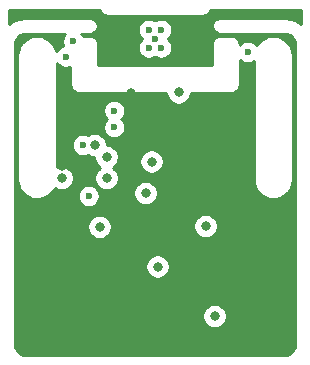
<source format=gbr>
G04 #@! TF.GenerationSoftware,KiCad,Pcbnew,(5.1.2)-1*
G04 #@! TF.CreationDate,2019-06-05T16:17:15+02:00*
G04 #@! TF.ProjectId,BodyTempUnit-e7,426f6479-5465-46d7-9055-6e69742d6537,rev?*
G04 #@! TF.SameCoordinates,Original*
G04 #@! TF.FileFunction,Copper,L3,Inr*
G04 #@! TF.FilePolarity,Positive*
%FSLAX46Y46*%
G04 Gerber Fmt 4.6, Leading zero omitted, Abs format (unit mm)*
G04 Created by KiCad (PCBNEW (5.1.2)-1) date 2019-06-05 16:17:15*
%MOMM*%
%LPD*%
G04 APERTURE LIST*
%ADD10C,0.600000*%
%ADD11C,0.800000*%
%ADD12C,0.254000*%
G04 APERTURE END LIST*
D10*
X77481000Y-107569000D03*
X78028800Y-106807000D03*
X78028800Y-108331000D03*
X76962000Y-106807000D03*
D11*
X76708000Y-120650000D03*
X82169000Y-126492000D03*
X69596000Y-118364000D03*
X70473987Y-120904000D03*
X78486000Y-120650000D03*
X75501500Y-112204500D03*
D10*
X85344000Y-107696000D03*
D11*
X77724000Y-126873000D03*
X77216000Y-117983000D03*
X72390000Y-116586000D03*
X69596000Y-119380000D03*
X72812500Y-123510000D03*
X81788000Y-123444000D03*
X82550000Y-131064000D03*
X79502000Y-112125000D03*
D10*
X76962000Y-108331000D03*
X85344000Y-108712000D03*
X70567843Y-107802857D03*
X69924969Y-109104597D03*
D11*
X73406000Y-117602000D03*
X73406000Y-119380000D03*
D10*
X74041000Y-115083600D03*
X74041000Y-113665000D03*
X71882000Y-120893589D03*
X71374000Y-116586000D03*
D12*
G36*
X70792322Y-105134071D02*
G01*
X70812574Y-105138228D01*
X70848998Y-105149645D01*
X70889794Y-105154079D01*
X70918501Y-105159972D01*
X70945760Y-105160162D01*
X70977054Y-105163564D01*
X70986269Y-105163596D01*
X70989760Y-105163584D01*
X71018459Y-105160670D01*
X71047308Y-105160872D01*
X71056479Y-105159973D01*
X71153527Y-105149773D01*
X71212152Y-105137739D01*
X71268451Y-105127000D01*
X72834061Y-105127000D01*
X72834650Y-105132983D01*
X72872390Y-105257393D01*
X72933675Y-105372050D01*
X73016152Y-105472548D01*
X73116650Y-105555025D01*
X73231307Y-105616310D01*
X73355717Y-105654050D01*
X73452681Y-105663600D01*
X81549519Y-105663600D01*
X81646483Y-105654050D01*
X81770893Y-105616310D01*
X81885550Y-105555025D01*
X81986048Y-105472548D01*
X82068525Y-105372050D01*
X82129810Y-105257393D01*
X82167550Y-105132983D01*
X82168139Y-105127000D01*
X85754649Y-105127000D01*
X85808734Y-105140318D01*
X85817863Y-105141574D01*
X85914626Y-105154198D01*
X86043370Y-105158318D01*
X86170461Y-105137353D01*
X86198053Y-105127000D01*
X89873000Y-105127000D01*
X89873000Y-106341733D01*
X89747227Y-106239155D01*
X89697408Y-106206055D01*
X89648045Y-106172256D01*
X89639939Y-106167873D01*
X89381458Y-106030436D01*
X89326164Y-106007645D01*
X89271171Y-105984075D01*
X89262368Y-105981350D01*
X88982114Y-105896736D01*
X88923429Y-105885116D01*
X88864921Y-105872680D01*
X88855758Y-105871717D01*
X88855756Y-105871717D01*
X88564404Y-105843150D01*
X88564402Y-105843150D01*
X88532419Y-105840000D01*
X82967581Y-105840000D01*
X82870617Y-105849550D01*
X82746207Y-105887290D01*
X82631550Y-105948575D01*
X82531052Y-106031052D01*
X82448575Y-106131550D01*
X82387290Y-106246207D01*
X82349550Y-106370617D01*
X82336807Y-106500000D01*
X82349550Y-106629383D01*
X82387290Y-106753793D01*
X82448575Y-106868450D01*
X82531052Y-106968948D01*
X82631550Y-107051425D01*
X82746207Y-107112710D01*
X82870617Y-107150450D01*
X82967581Y-107160000D01*
X88467723Y-107160000D01*
X88662540Y-107179102D01*
X88818894Y-107226308D01*
X88963096Y-107302982D01*
X89089663Y-107406207D01*
X89193769Y-107532051D01*
X89271447Y-107675711D01*
X89319742Y-107831729D01*
X89340001Y-108024487D01*
X89341099Y-133471331D01*
X89321998Y-133666140D01*
X89274792Y-133822495D01*
X89198118Y-133966696D01*
X89094892Y-134093264D01*
X88969051Y-134197368D01*
X88825389Y-134275047D01*
X88669371Y-134323342D01*
X88476627Y-134343600D01*
X66533377Y-134343600D01*
X66338560Y-134324498D01*
X66182205Y-134277292D01*
X66038004Y-134200618D01*
X65911436Y-134097392D01*
X65807332Y-133971551D01*
X65729653Y-133827889D01*
X65681358Y-133671871D01*
X65660001Y-133468668D01*
X65660108Y-130962061D01*
X81515000Y-130962061D01*
X81515000Y-131165939D01*
X81554774Y-131365898D01*
X81632795Y-131554256D01*
X81746063Y-131723774D01*
X81890226Y-131867937D01*
X82059744Y-131981205D01*
X82248102Y-132059226D01*
X82448061Y-132099000D01*
X82651939Y-132099000D01*
X82851898Y-132059226D01*
X83040256Y-131981205D01*
X83209774Y-131867937D01*
X83353937Y-131723774D01*
X83467205Y-131554256D01*
X83545226Y-131365898D01*
X83585000Y-131165939D01*
X83585000Y-130962061D01*
X83545226Y-130762102D01*
X83467205Y-130573744D01*
X83353937Y-130404226D01*
X83209774Y-130260063D01*
X83040256Y-130146795D01*
X82851898Y-130068774D01*
X82651939Y-130029000D01*
X82448061Y-130029000D01*
X82248102Y-130068774D01*
X82059744Y-130146795D01*
X81890226Y-130260063D01*
X81746063Y-130404226D01*
X81632795Y-130573744D01*
X81554774Y-130762102D01*
X81515000Y-130962061D01*
X65660108Y-130962061D01*
X65660289Y-126771061D01*
X76689000Y-126771061D01*
X76689000Y-126974939D01*
X76728774Y-127174898D01*
X76806795Y-127363256D01*
X76920063Y-127532774D01*
X77064226Y-127676937D01*
X77233744Y-127790205D01*
X77422102Y-127868226D01*
X77622061Y-127908000D01*
X77825939Y-127908000D01*
X78025898Y-127868226D01*
X78214256Y-127790205D01*
X78383774Y-127676937D01*
X78527937Y-127532774D01*
X78641205Y-127363256D01*
X78719226Y-127174898D01*
X78759000Y-126974939D01*
X78759000Y-126771061D01*
X78719226Y-126571102D01*
X78641205Y-126382744D01*
X78527937Y-126213226D01*
X78383774Y-126069063D01*
X78214256Y-125955795D01*
X78025898Y-125877774D01*
X77825939Y-125838000D01*
X77622061Y-125838000D01*
X77422102Y-125877774D01*
X77233744Y-125955795D01*
X77064226Y-126069063D01*
X76920063Y-126213226D01*
X76806795Y-126382744D01*
X76728774Y-126571102D01*
X76689000Y-126771061D01*
X65660289Y-126771061D01*
X65660435Y-123408061D01*
X71777500Y-123408061D01*
X71777500Y-123611939D01*
X71817274Y-123811898D01*
X71895295Y-124000256D01*
X72008563Y-124169774D01*
X72152726Y-124313937D01*
X72322244Y-124427205D01*
X72510602Y-124505226D01*
X72710561Y-124545000D01*
X72914439Y-124545000D01*
X73114398Y-124505226D01*
X73302756Y-124427205D01*
X73472274Y-124313937D01*
X73616437Y-124169774D01*
X73729705Y-124000256D01*
X73807726Y-123811898D01*
X73847500Y-123611939D01*
X73847500Y-123408061D01*
X73834372Y-123342061D01*
X80753000Y-123342061D01*
X80753000Y-123545939D01*
X80792774Y-123745898D01*
X80870795Y-123934256D01*
X80984063Y-124103774D01*
X81128226Y-124247937D01*
X81297744Y-124361205D01*
X81486102Y-124439226D01*
X81686061Y-124479000D01*
X81889939Y-124479000D01*
X82089898Y-124439226D01*
X82278256Y-124361205D01*
X82447774Y-124247937D01*
X82591937Y-124103774D01*
X82705205Y-123934256D01*
X82783226Y-123745898D01*
X82823000Y-123545939D01*
X82823000Y-123342061D01*
X82783226Y-123142102D01*
X82705205Y-122953744D01*
X82591937Y-122784226D01*
X82447774Y-122640063D01*
X82278256Y-122526795D01*
X82089898Y-122448774D01*
X81889939Y-122409000D01*
X81686061Y-122409000D01*
X81486102Y-122448774D01*
X81297744Y-122526795D01*
X81128226Y-122640063D01*
X80984063Y-122784226D01*
X80870795Y-122953744D01*
X80792774Y-123142102D01*
X80753000Y-123342061D01*
X73834372Y-123342061D01*
X73807726Y-123208102D01*
X73729705Y-123019744D01*
X73616437Y-122850226D01*
X73472274Y-122706063D01*
X73302756Y-122592795D01*
X73114398Y-122514774D01*
X72914439Y-122475000D01*
X72710561Y-122475000D01*
X72510602Y-122514774D01*
X72322244Y-122592795D01*
X72152726Y-122706063D01*
X72008563Y-122850226D01*
X71895295Y-123019744D01*
X71817274Y-123208102D01*
X71777500Y-123408061D01*
X65660435Y-123408061D01*
X65661099Y-108021072D01*
X65679102Y-107837460D01*
X65726308Y-107681106D01*
X65802982Y-107536904D01*
X65906207Y-107410337D01*
X66032051Y-107306231D01*
X66175711Y-107228553D01*
X66331729Y-107180258D01*
X66524325Y-107160016D01*
X69886187Y-107162223D01*
X69841581Y-107206829D01*
X69739257Y-107359968D01*
X69668775Y-107530128D01*
X69632843Y-107710768D01*
X69632843Y-107894946D01*
X69668775Y-108075586D01*
X69717243Y-108192599D01*
X69652240Y-108205529D01*
X69482080Y-108276011D01*
X69328941Y-108378335D01*
X69198707Y-108508569D01*
X69116093Y-108632209D01*
X69109978Y-108601325D01*
X69107253Y-108592522D01*
X69048240Y-108406491D01*
X69024674Y-108351509D01*
X69001880Y-108296206D01*
X68997497Y-108288100D01*
X68903475Y-108117075D01*
X68869702Y-108067752D01*
X68836577Y-108017894D01*
X68830703Y-108010794D01*
X68705253Y-107861288D01*
X68662523Y-107819443D01*
X68620362Y-107776987D01*
X68613220Y-107771163D01*
X68461120Y-107648872D01*
X68411061Y-107616114D01*
X68361477Y-107582669D01*
X68353340Y-107578343D01*
X68353337Y-107578341D01*
X68353333Y-107578340D01*
X68180384Y-107487923D01*
X68124972Y-107465535D01*
X68069772Y-107442331D01*
X68060950Y-107439668D01*
X67873724Y-107384565D01*
X67814986Y-107373360D01*
X67756372Y-107361328D01*
X67747200Y-107360429D01*
X67552839Y-107342741D01*
X67493057Y-107343158D01*
X67433199Y-107342740D01*
X67424028Y-107343640D01*
X67229931Y-107364041D01*
X67171348Y-107376066D01*
X67112577Y-107387277D01*
X67103755Y-107389941D01*
X66917317Y-107447653D01*
X66862162Y-107470838D01*
X66806709Y-107493242D01*
X66798573Y-107497568D01*
X66626896Y-107590393D01*
X66577278Y-107623861D01*
X66527247Y-107656600D01*
X66520106Y-107662424D01*
X66369728Y-107786828D01*
X66327589Y-107829263D01*
X66284839Y-107871126D01*
X66278966Y-107878227D01*
X66155616Y-108029469D01*
X66122534Y-108079262D01*
X66088716Y-108128651D01*
X66084333Y-108136757D01*
X65992708Y-108309079D01*
X65969909Y-108364394D01*
X65946348Y-108419366D01*
X65943623Y-108428169D01*
X65887214Y-108615005D01*
X65875594Y-108673693D01*
X65863158Y-108732196D01*
X65862195Y-108741361D01*
X65843150Y-108935595D01*
X65843150Y-108935608D01*
X65840001Y-108967581D01*
X65840000Y-119532418D01*
X65843247Y-119565386D01*
X65843247Y-119578367D01*
X65844210Y-119587532D01*
X65865965Y-119781481D01*
X65878397Y-119839966D01*
X65890022Y-119898676D01*
X65892747Y-119907479D01*
X65951760Y-120093509D01*
X65975338Y-120148519D01*
X65998120Y-120203794D01*
X66002503Y-120211900D01*
X66096525Y-120382925D01*
X66130308Y-120432264D01*
X66163423Y-120482106D01*
X66169297Y-120489206D01*
X66294747Y-120638712D01*
X66337477Y-120680557D01*
X66379638Y-120723013D01*
X66386780Y-120728837D01*
X66538879Y-120851128D01*
X66588941Y-120883887D01*
X66638523Y-120917331D01*
X66646660Y-120921657D01*
X66646663Y-120921659D01*
X66646667Y-120921660D01*
X66819615Y-121012077D01*
X66875053Y-121034475D01*
X66930228Y-121057669D01*
X66939050Y-121060332D01*
X67126275Y-121115435D01*
X67184983Y-121126633D01*
X67243628Y-121138672D01*
X67252799Y-121139570D01*
X67447161Y-121157259D01*
X67506943Y-121156842D01*
X67566801Y-121157260D01*
X67575972Y-121156360D01*
X67770069Y-121135959D01*
X67828658Y-121123932D01*
X67887423Y-121112723D01*
X67896245Y-121110059D01*
X68082683Y-121052347D01*
X68137838Y-121029162D01*
X68193291Y-121006758D01*
X68201427Y-121002432D01*
X68373104Y-120909607D01*
X68422699Y-120876154D01*
X68472753Y-120843400D01*
X68479894Y-120837576D01*
X68523502Y-120801500D01*
X70947000Y-120801500D01*
X70947000Y-120985678D01*
X70982932Y-121166318D01*
X71053414Y-121336478D01*
X71155738Y-121489617D01*
X71285972Y-121619851D01*
X71439111Y-121722175D01*
X71609271Y-121792657D01*
X71789911Y-121828589D01*
X71974089Y-121828589D01*
X72154729Y-121792657D01*
X72324889Y-121722175D01*
X72478028Y-121619851D01*
X72608262Y-121489617D01*
X72710586Y-121336478D01*
X72781068Y-121166318D01*
X72817000Y-120985678D01*
X72817000Y-120801500D01*
X72781068Y-120620860D01*
X72750914Y-120548061D01*
X75673000Y-120548061D01*
X75673000Y-120751939D01*
X75712774Y-120951898D01*
X75790795Y-121140256D01*
X75904063Y-121309774D01*
X76048226Y-121453937D01*
X76217744Y-121567205D01*
X76406102Y-121645226D01*
X76606061Y-121685000D01*
X76809939Y-121685000D01*
X77009898Y-121645226D01*
X77198256Y-121567205D01*
X77367774Y-121453937D01*
X77511937Y-121309774D01*
X77625205Y-121140256D01*
X77703226Y-120951898D01*
X77743000Y-120751939D01*
X77743000Y-120548061D01*
X77703226Y-120348102D01*
X77625205Y-120159744D01*
X77511937Y-119990226D01*
X77367774Y-119846063D01*
X77198256Y-119732795D01*
X77009898Y-119654774D01*
X76809939Y-119615000D01*
X76606061Y-119615000D01*
X76406102Y-119654774D01*
X76217744Y-119732795D01*
X76048226Y-119846063D01*
X75904063Y-119990226D01*
X75790795Y-120159744D01*
X75712774Y-120348102D01*
X75673000Y-120548061D01*
X72750914Y-120548061D01*
X72710586Y-120450700D01*
X72608262Y-120297561D01*
X72478028Y-120167327D01*
X72324889Y-120065003D01*
X72154729Y-119994521D01*
X71974089Y-119958589D01*
X71789911Y-119958589D01*
X71609271Y-119994521D01*
X71439111Y-120065003D01*
X71285972Y-120167327D01*
X71155738Y-120297561D01*
X71053414Y-120450700D01*
X70982932Y-120620860D01*
X70947000Y-120801500D01*
X68523502Y-120801500D01*
X68630272Y-120713172D01*
X68672411Y-120670737D01*
X68715161Y-120628874D01*
X68721034Y-120621773D01*
X68844384Y-120470531D01*
X68877477Y-120420723D01*
X68911284Y-120371349D01*
X68915667Y-120363243D01*
X68991402Y-120220804D01*
X69105744Y-120297205D01*
X69294102Y-120375226D01*
X69494061Y-120415000D01*
X69697939Y-120415000D01*
X69897898Y-120375226D01*
X70086256Y-120297205D01*
X70255774Y-120183937D01*
X70399937Y-120039774D01*
X70513205Y-119870256D01*
X70591226Y-119681898D01*
X70631000Y-119481939D01*
X70631000Y-119278061D01*
X70591226Y-119078102D01*
X70513205Y-118889744D01*
X70399937Y-118720226D01*
X70255774Y-118576063D01*
X70086256Y-118462795D01*
X69897898Y-118384774D01*
X69697939Y-118345000D01*
X69494061Y-118345000D01*
X69294102Y-118384774D01*
X69160000Y-118440321D01*
X69160000Y-116493911D01*
X70439000Y-116493911D01*
X70439000Y-116678089D01*
X70474932Y-116858729D01*
X70545414Y-117028889D01*
X70647738Y-117182028D01*
X70777972Y-117312262D01*
X70931111Y-117414586D01*
X71101271Y-117485068D01*
X71281911Y-117521000D01*
X71466089Y-117521000D01*
X71646729Y-117485068D01*
X71786163Y-117427313D01*
X71899744Y-117503205D01*
X72088102Y-117581226D01*
X72288061Y-117621000D01*
X72371000Y-117621000D01*
X72371000Y-117703939D01*
X72410774Y-117903898D01*
X72488795Y-118092256D01*
X72602063Y-118261774D01*
X72746226Y-118405937D01*
X72873532Y-118491000D01*
X72746226Y-118576063D01*
X72602063Y-118720226D01*
X72488795Y-118889744D01*
X72410774Y-119078102D01*
X72371000Y-119278061D01*
X72371000Y-119481939D01*
X72410774Y-119681898D01*
X72488795Y-119870256D01*
X72602063Y-120039774D01*
X72746226Y-120183937D01*
X72915744Y-120297205D01*
X73104102Y-120375226D01*
X73304061Y-120415000D01*
X73507939Y-120415000D01*
X73707898Y-120375226D01*
X73896256Y-120297205D01*
X74065774Y-120183937D01*
X74209937Y-120039774D01*
X74323205Y-119870256D01*
X74401226Y-119681898D01*
X74441000Y-119481939D01*
X74441000Y-119278061D01*
X74401226Y-119078102D01*
X74323205Y-118889744D01*
X74209937Y-118720226D01*
X74065774Y-118576063D01*
X73938468Y-118491000D01*
X74065774Y-118405937D01*
X74209937Y-118261774D01*
X74323205Y-118092256D01*
X74401226Y-117903898D01*
X74405768Y-117881061D01*
X76181000Y-117881061D01*
X76181000Y-118084939D01*
X76220774Y-118284898D01*
X76298795Y-118473256D01*
X76412063Y-118642774D01*
X76556226Y-118786937D01*
X76725744Y-118900205D01*
X76914102Y-118978226D01*
X77114061Y-119018000D01*
X77317939Y-119018000D01*
X77517898Y-118978226D01*
X77706256Y-118900205D01*
X77875774Y-118786937D01*
X78019937Y-118642774D01*
X78133205Y-118473256D01*
X78211226Y-118284898D01*
X78251000Y-118084939D01*
X78251000Y-117881061D01*
X78211226Y-117681102D01*
X78133205Y-117492744D01*
X78019937Y-117323226D01*
X77875774Y-117179063D01*
X77706256Y-117065795D01*
X77517898Y-116987774D01*
X77317939Y-116948000D01*
X77114061Y-116948000D01*
X76914102Y-116987774D01*
X76725744Y-117065795D01*
X76556226Y-117179063D01*
X76412063Y-117323226D01*
X76298795Y-117492744D01*
X76220774Y-117681102D01*
X76181000Y-117881061D01*
X74405768Y-117881061D01*
X74441000Y-117703939D01*
X74441000Y-117500061D01*
X74401226Y-117300102D01*
X74323205Y-117111744D01*
X74209937Y-116942226D01*
X74065774Y-116798063D01*
X73896256Y-116684795D01*
X73707898Y-116606774D01*
X73507939Y-116567000D01*
X73425000Y-116567000D01*
X73425000Y-116484061D01*
X73385226Y-116284102D01*
X73307205Y-116095744D01*
X73193937Y-115926226D01*
X73049774Y-115782063D01*
X72880256Y-115668795D01*
X72691898Y-115590774D01*
X72491939Y-115551000D01*
X72288061Y-115551000D01*
X72088102Y-115590774D01*
X71899744Y-115668795D01*
X71786163Y-115744687D01*
X71646729Y-115686932D01*
X71466089Y-115651000D01*
X71281911Y-115651000D01*
X71101271Y-115686932D01*
X70931111Y-115757414D01*
X70777972Y-115859738D01*
X70647738Y-115989972D01*
X70545414Y-116143111D01*
X70474932Y-116313271D01*
X70439000Y-116493911D01*
X69160000Y-116493911D01*
X69160000Y-113572911D01*
X73106000Y-113572911D01*
X73106000Y-113757089D01*
X73141932Y-113937729D01*
X73212414Y-114107889D01*
X73314738Y-114261028D01*
X73428010Y-114374300D01*
X73314738Y-114487572D01*
X73212414Y-114640711D01*
X73141932Y-114810871D01*
X73106000Y-114991511D01*
X73106000Y-115175689D01*
X73141932Y-115356329D01*
X73212414Y-115526489D01*
X73314738Y-115679628D01*
X73444972Y-115809862D01*
X73598111Y-115912186D01*
X73768271Y-115982668D01*
X73948911Y-116018600D01*
X74133089Y-116018600D01*
X74313729Y-115982668D01*
X74483889Y-115912186D01*
X74637028Y-115809862D01*
X74767262Y-115679628D01*
X74869586Y-115526489D01*
X74940068Y-115356329D01*
X74976000Y-115175689D01*
X74976000Y-114991511D01*
X74940068Y-114810871D01*
X74869586Y-114640711D01*
X74767262Y-114487572D01*
X74653990Y-114374300D01*
X74767262Y-114261028D01*
X74869586Y-114107889D01*
X74940068Y-113937729D01*
X74976000Y-113757089D01*
X74976000Y-113572911D01*
X74940068Y-113392271D01*
X74869586Y-113222111D01*
X74767262Y-113068972D01*
X74637028Y-112938738D01*
X74483889Y-112836414D01*
X74313729Y-112765932D01*
X74133089Y-112730000D01*
X73948911Y-112730000D01*
X73768271Y-112765932D01*
X73598111Y-112836414D01*
X73444972Y-112938738D01*
X73314738Y-113068972D01*
X73212414Y-113222111D01*
X73141932Y-113392271D01*
X73106000Y-113572911D01*
X69160000Y-113572911D01*
X69160000Y-109642696D01*
X69198707Y-109700625D01*
X69328941Y-109830859D01*
X69482080Y-109933183D01*
X69652240Y-110003665D01*
X69832880Y-110039597D01*
X70017058Y-110039597D01*
X70197698Y-110003665D01*
X70340001Y-109944722D01*
X70340001Y-111467571D01*
X70336807Y-111500000D01*
X70349550Y-111629383D01*
X70387290Y-111753793D01*
X70448575Y-111868450D01*
X70531052Y-111968948D01*
X70631550Y-112051425D01*
X70746207Y-112112710D01*
X70870617Y-112150450D01*
X70967581Y-112160000D01*
X71000000Y-112163193D01*
X71032419Y-112160000D01*
X78467000Y-112160000D01*
X78467000Y-112226939D01*
X78506774Y-112426898D01*
X78584795Y-112615256D01*
X78698063Y-112784774D01*
X78842226Y-112928937D01*
X79011744Y-113042205D01*
X79200102Y-113120226D01*
X79400061Y-113160000D01*
X79603939Y-113160000D01*
X79803898Y-113120226D01*
X79992256Y-113042205D01*
X80161774Y-112928937D01*
X80305937Y-112784774D01*
X80419205Y-112615256D01*
X80497226Y-112426898D01*
X80537000Y-112226939D01*
X80537000Y-112160000D01*
X83967581Y-112160000D01*
X84000000Y-112163193D01*
X84032419Y-112160000D01*
X84129383Y-112150450D01*
X84253793Y-112112710D01*
X84368450Y-112051425D01*
X84468948Y-111968948D01*
X84551425Y-111868450D01*
X84612710Y-111753793D01*
X84650450Y-111629383D01*
X84663193Y-111500000D01*
X84660000Y-111467581D01*
X84660000Y-109350290D01*
X84747972Y-109438262D01*
X84901111Y-109540586D01*
X85071271Y-109611068D01*
X85251911Y-109647000D01*
X85436089Y-109647000D01*
X85616729Y-109611068D01*
X85786889Y-109540586D01*
X85840001Y-109505098D01*
X85840000Y-119532418D01*
X85843247Y-119565386D01*
X85843247Y-119578367D01*
X85844210Y-119587532D01*
X85865965Y-119781481D01*
X85878397Y-119839966D01*
X85890022Y-119898676D01*
X85892747Y-119907479D01*
X85951760Y-120093509D01*
X85975338Y-120148519D01*
X85998120Y-120203794D01*
X86002503Y-120211900D01*
X86096525Y-120382925D01*
X86130308Y-120432264D01*
X86163423Y-120482106D01*
X86169297Y-120489206D01*
X86294747Y-120638712D01*
X86337477Y-120680557D01*
X86379638Y-120723013D01*
X86386780Y-120728837D01*
X86538879Y-120851128D01*
X86588941Y-120883887D01*
X86638523Y-120917331D01*
X86646660Y-120921657D01*
X86646663Y-120921659D01*
X86646667Y-120921660D01*
X86819615Y-121012077D01*
X86875053Y-121034475D01*
X86930228Y-121057669D01*
X86939050Y-121060332D01*
X87126275Y-121115435D01*
X87184983Y-121126633D01*
X87243628Y-121138672D01*
X87252799Y-121139570D01*
X87447161Y-121157259D01*
X87506943Y-121156842D01*
X87566801Y-121157260D01*
X87575972Y-121156360D01*
X87770069Y-121135959D01*
X87828658Y-121123932D01*
X87887423Y-121112723D01*
X87896245Y-121110059D01*
X88082683Y-121052347D01*
X88137838Y-121029162D01*
X88193291Y-121006758D01*
X88201427Y-121002432D01*
X88373104Y-120909607D01*
X88422699Y-120876154D01*
X88472753Y-120843400D01*
X88479894Y-120837576D01*
X88630272Y-120713172D01*
X88672411Y-120670737D01*
X88715161Y-120628874D01*
X88721034Y-120621773D01*
X88844384Y-120470531D01*
X88877477Y-120420723D01*
X88911284Y-120371349D01*
X88915667Y-120363243D01*
X89007292Y-120190920D01*
X89030090Y-120135608D01*
X89053652Y-120080634D01*
X89056377Y-120071831D01*
X89112786Y-119884994D01*
X89124405Y-119826314D01*
X89136842Y-119767804D01*
X89137805Y-119758639D01*
X89156850Y-119564406D01*
X89156850Y-119564402D01*
X89160000Y-119532419D01*
X89160000Y-108967581D01*
X89156753Y-108934613D01*
X89156753Y-108921633D01*
X89155790Y-108912468D01*
X89134035Y-108718518D01*
X89121596Y-108660000D01*
X89109978Y-108601325D01*
X89107253Y-108592522D01*
X89048240Y-108406491D01*
X89024674Y-108351509D01*
X89001880Y-108296206D01*
X88997497Y-108288100D01*
X88903475Y-108117075D01*
X88869702Y-108067752D01*
X88836577Y-108017894D01*
X88830703Y-108010794D01*
X88705253Y-107861288D01*
X88662523Y-107819443D01*
X88620362Y-107776987D01*
X88613220Y-107771163D01*
X88461120Y-107648872D01*
X88411061Y-107616114D01*
X88361477Y-107582669D01*
X88353340Y-107578343D01*
X88353337Y-107578341D01*
X88353333Y-107578340D01*
X88180384Y-107487923D01*
X88124972Y-107465535D01*
X88069772Y-107442331D01*
X88060950Y-107439668D01*
X87873724Y-107384565D01*
X87814986Y-107373360D01*
X87756372Y-107361328D01*
X87747200Y-107360429D01*
X87552839Y-107342741D01*
X87493057Y-107343158D01*
X87433199Y-107342740D01*
X87424028Y-107343640D01*
X87229931Y-107364041D01*
X87171348Y-107376066D01*
X87112577Y-107387277D01*
X87103755Y-107389941D01*
X86917317Y-107447653D01*
X86862162Y-107470838D01*
X86806709Y-107493242D01*
X86798573Y-107497568D01*
X86626896Y-107590393D01*
X86577278Y-107623861D01*
X86527247Y-107656600D01*
X86520106Y-107662424D01*
X86369728Y-107786828D01*
X86327589Y-107829263D01*
X86284839Y-107871126D01*
X86278966Y-107878227D01*
X86155616Y-108029469D01*
X86122534Y-108079262D01*
X86088716Y-108128651D01*
X86084333Y-108136757D01*
X86084252Y-108136909D01*
X86070262Y-108115972D01*
X85940028Y-107985738D01*
X85786889Y-107883414D01*
X85616729Y-107812932D01*
X85436089Y-107777000D01*
X85251911Y-107777000D01*
X85071271Y-107812932D01*
X84901111Y-107883414D01*
X84747972Y-107985738D01*
X84660000Y-108073710D01*
X84660000Y-108032419D01*
X84663193Y-108000000D01*
X84650450Y-107870617D01*
X84612710Y-107746207D01*
X84551425Y-107631550D01*
X84468948Y-107531052D01*
X84368450Y-107448575D01*
X84253793Y-107387290D01*
X84129383Y-107349550D01*
X84032419Y-107340000D01*
X84000000Y-107336807D01*
X83967581Y-107340000D01*
X83032419Y-107340000D01*
X83000000Y-107336807D01*
X82874150Y-107349202D01*
X82870617Y-107349550D01*
X82746207Y-107387290D01*
X82631550Y-107448575D01*
X82531052Y-107531052D01*
X82448575Y-107631550D01*
X82387290Y-107746207D01*
X82349550Y-107870617D01*
X82336807Y-108000000D01*
X82340000Y-108032420D01*
X82340001Y-109840217D01*
X72660000Y-109843384D01*
X72660000Y-108032419D01*
X72663193Y-108000000D01*
X72650450Y-107870617D01*
X72612710Y-107746207D01*
X72551425Y-107631550D01*
X72468948Y-107531052D01*
X72368450Y-107448575D01*
X72253793Y-107387290D01*
X72129383Y-107349550D01*
X72125850Y-107349202D01*
X72000000Y-107336807D01*
X71967581Y-107340000D01*
X71383087Y-107340000D01*
X71294105Y-107206829D01*
X71250394Y-107163118D01*
X72015985Y-107163621D01*
X72112955Y-107154134D01*
X72237390Y-107116476D01*
X72352087Y-107055266D01*
X72452639Y-106972855D01*
X72535182Y-106872411D01*
X72596543Y-106757795D01*
X72609582Y-106714911D01*
X76027000Y-106714911D01*
X76027000Y-106899089D01*
X76062932Y-107079729D01*
X76133414Y-107249889D01*
X76235738Y-107403028D01*
X76365972Y-107533262D01*
X76419458Y-107569000D01*
X76365972Y-107604738D01*
X76235738Y-107734972D01*
X76133414Y-107888111D01*
X76062932Y-108058271D01*
X76027000Y-108238911D01*
X76027000Y-108423089D01*
X76062932Y-108603729D01*
X76133414Y-108773889D01*
X76235738Y-108927028D01*
X76365972Y-109057262D01*
X76519111Y-109159586D01*
X76689271Y-109230068D01*
X76869911Y-109266000D01*
X77054089Y-109266000D01*
X77234729Y-109230068D01*
X77404889Y-109159586D01*
X77495400Y-109099109D01*
X77585911Y-109159586D01*
X77756071Y-109230068D01*
X77936711Y-109266000D01*
X78120889Y-109266000D01*
X78301529Y-109230068D01*
X78471689Y-109159586D01*
X78624828Y-109057262D01*
X78755062Y-108927028D01*
X78857386Y-108773889D01*
X78927868Y-108603729D01*
X78963800Y-108423089D01*
X78963800Y-108238911D01*
X78927868Y-108058271D01*
X78857386Y-107888111D01*
X78755062Y-107734972D01*
X78624828Y-107604738D01*
X78571342Y-107569000D01*
X78624828Y-107533262D01*
X78755062Y-107403028D01*
X78857386Y-107249889D01*
X78927868Y-107079729D01*
X78963800Y-106899089D01*
X78963800Y-106714911D01*
X78927868Y-106534271D01*
X78857386Y-106364111D01*
X78755062Y-106210972D01*
X78624828Y-106080738D01*
X78471689Y-105978414D01*
X78301529Y-105907932D01*
X78120889Y-105872000D01*
X77936711Y-105872000D01*
X77756071Y-105907932D01*
X77585911Y-105978414D01*
X77495400Y-106038891D01*
X77404889Y-105978414D01*
X77234729Y-105907932D01*
X77054089Y-105872000D01*
X76869911Y-105872000D01*
X76689271Y-105907932D01*
X76519111Y-105978414D01*
X76365972Y-106080738D01*
X76235738Y-106210972D01*
X76133414Y-106364111D01*
X76062932Y-106534271D01*
X76027000Y-106714911D01*
X72609582Y-106714911D01*
X72634364Y-106633409D01*
X72647192Y-106504035D01*
X72634534Y-106374645D01*
X72596876Y-106250210D01*
X72535666Y-106135513D01*
X72453255Y-106034960D01*
X72352811Y-105952417D01*
X72238194Y-105891057D01*
X72113809Y-105853236D01*
X72016852Y-105843622D01*
X66468015Y-105839979D01*
X66438998Y-105842818D01*
X66429712Y-105842753D01*
X66420541Y-105843652D01*
X66129395Y-105874252D01*
X66070753Y-105886290D01*
X66012037Y-105897490D01*
X66003216Y-105900153D01*
X65723560Y-105986721D01*
X65668422Y-106009899D01*
X65612950Y-106032311D01*
X65604819Y-106036635D01*
X65604815Y-106036637D01*
X65604814Y-106036638D01*
X65347298Y-106175877D01*
X65297749Y-106209299D01*
X65247653Y-106242080D01*
X65240512Y-106247905D01*
X65127000Y-106341810D01*
X65127000Y-105127000D01*
X70775501Y-105127000D01*
X70792322Y-105134071D01*
X70792322Y-105134071D01*
G37*
X70792322Y-105134071D02*
X70812574Y-105138228D01*
X70848998Y-105149645D01*
X70889794Y-105154079D01*
X70918501Y-105159972D01*
X70945760Y-105160162D01*
X70977054Y-105163564D01*
X70986269Y-105163596D01*
X70989760Y-105163584D01*
X71018459Y-105160670D01*
X71047308Y-105160872D01*
X71056479Y-105159973D01*
X71153527Y-105149773D01*
X71212152Y-105137739D01*
X71268451Y-105127000D01*
X72834061Y-105127000D01*
X72834650Y-105132983D01*
X72872390Y-105257393D01*
X72933675Y-105372050D01*
X73016152Y-105472548D01*
X73116650Y-105555025D01*
X73231307Y-105616310D01*
X73355717Y-105654050D01*
X73452681Y-105663600D01*
X81549519Y-105663600D01*
X81646483Y-105654050D01*
X81770893Y-105616310D01*
X81885550Y-105555025D01*
X81986048Y-105472548D01*
X82068525Y-105372050D01*
X82129810Y-105257393D01*
X82167550Y-105132983D01*
X82168139Y-105127000D01*
X85754649Y-105127000D01*
X85808734Y-105140318D01*
X85817863Y-105141574D01*
X85914626Y-105154198D01*
X86043370Y-105158318D01*
X86170461Y-105137353D01*
X86198053Y-105127000D01*
X89873000Y-105127000D01*
X89873000Y-106341733D01*
X89747227Y-106239155D01*
X89697408Y-106206055D01*
X89648045Y-106172256D01*
X89639939Y-106167873D01*
X89381458Y-106030436D01*
X89326164Y-106007645D01*
X89271171Y-105984075D01*
X89262368Y-105981350D01*
X88982114Y-105896736D01*
X88923429Y-105885116D01*
X88864921Y-105872680D01*
X88855758Y-105871717D01*
X88855756Y-105871717D01*
X88564404Y-105843150D01*
X88564402Y-105843150D01*
X88532419Y-105840000D01*
X82967581Y-105840000D01*
X82870617Y-105849550D01*
X82746207Y-105887290D01*
X82631550Y-105948575D01*
X82531052Y-106031052D01*
X82448575Y-106131550D01*
X82387290Y-106246207D01*
X82349550Y-106370617D01*
X82336807Y-106500000D01*
X82349550Y-106629383D01*
X82387290Y-106753793D01*
X82448575Y-106868450D01*
X82531052Y-106968948D01*
X82631550Y-107051425D01*
X82746207Y-107112710D01*
X82870617Y-107150450D01*
X82967581Y-107160000D01*
X88467723Y-107160000D01*
X88662540Y-107179102D01*
X88818894Y-107226308D01*
X88963096Y-107302982D01*
X89089663Y-107406207D01*
X89193769Y-107532051D01*
X89271447Y-107675711D01*
X89319742Y-107831729D01*
X89340001Y-108024487D01*
X89341099Y-133471331D01*
X89321998Y-133666140D01*
X89274792Y-133822495D01*
X89198118Y-133966696D01*
X89094892Y-134093264D01*
X88969051Y-134197368D01*
X88825389Y-134275047D01*
X88669371Y-134323342D01*
X88476627Y-134343600D01*
X66533377Y-134343600D01*
X66338560Y-134324498D01*
X66182205Y-134277292D01*
X66038004Y-134200618D01*
X65911436Y-134097392D01*
X65807332Y-133971551D01*
X65729653Y-133827889D01*
X65681358Y-133671871D01*
X65660001Y-133468668D01*
X65660108Y-130962061D01*
X81515000Y-130962061D01*
X81515000Y-131165939D01*
X81554774Y-131365898D01*
X81632795Y-131554256D01*
X81746063Y-131723774D01*
X81890226Y-131867937D01*
X82059744Y-131981205D01*
X82248102Y-132059226D01*
X82448061Y-132099000D01*
X82651939Y-132099000D01*
X82851898Y-132059226D01*
X83040256Y-131981205D01*
X83209774Y-131867937D01*
X83353937Y-131723774D01*
X83467205Y-131554256D01*
X83545226Y-131365898D01*
X83585000Y-131165939D01*
X83585000Y-130962061D01*
X83545226Y-130762102D01*
X83467205Y-130573744D01*
X83353937Y-130404226D01*
X83209774Y-130260063D01*
X83040256Y-130146795D01*
X82851898Y-130068774D01*
X82651939Y-130029000D01*
X82448061Y-130029000D01*
X82248102Y-130068774D01*
X82059744Y-130146795D01*
X81890226Y-130260063D01*
X81746063Y-130404226D01*
X81632795Y-130573744D01*
X81554774Y-130762102D01*
X81515000Y-130962061D01*
X65660108Y-130962061D01*
X65660289Y-126771061D01*
X76689000Y-126771061D01*
X76689000Y-126974939D01*
X76728774Y-127174898D01*
X76806795Y-127363256D01*
X76920063Y-127532774D01*
X77064226Y-127676937D01*
X77233744Y-127790205D01*
X77422102Y-127868226D01*
X77622061Y-127908000D01*
X77825939Y-127908000D01*
X78025898Y-127868226D01*
X78214256Y-127790205D01*
X78383774Y-127676937D01*
X78527937Y-127532774D01*
X78641205Y-127363256D01*
X78719226Y-127174898D01*
X78759000Y-126974939D01*
X78759000Y-126771061D01*
X78719226Y-126571102D01*
X78641205Y-126382744D01*
X78527937Y-126213226D01*
X78383774Y-126069063D01*
X78214256Y-125955795D01*
X78025898Y-125877774D01*
X77825939Y-125838000D01*
X77622061Y-125838000D01*
X77422102Y-125877774D01*
X77233744Y-125955795D01*
X77064226Y-126069063D01*
X76920063Y-126213226D01*
X76806795Y-126382744D01*
X76728774Y-126571102D01*
X76689000Y-126771061D01*
X65660289Y-126771061D01*
X65660435Y-123408061D01*
X71777500Y-123408061D01*
X71777500Y-123611939D01*
X71817274Y-123811898D01*
X71895295Y-124000256D01*
X72008563Y-124169774D01*
X72152726Y-124313937D01*
X72322244Y-124427205D01*
X72510602Y-124505226D01*
X72710561Y-124545000D01*
X72914439Y-124545000D01*
X73114398Y-124505226D01*
X73302756Y-124427205D01*
X73472274Y-124313937D01*
X73616437Y-124169774D01*
X73729705Y-124000256D01*
X73807726Y-123811898D01*
X73847500Y-123611939D01*
X73847500Y-123408061D01*
X73834372Y-123342061D01*
X80753000Y-123342061D01*
X80753000Y-123545939D01*
X80792774Y-123745898D01*
X80870795Y-123934256D01*
X80984063Y-124103774D01*
X81128226Y-124247937D01*
X81297744Y-124361205D01*
X81486102Y-124439226D01*
X81686061Y-124479000D01*
X81889939Y-124479000D01*
X82089898Y-124439226D01*
X82278256Y-124361205D01*
X82447774Y-124247937D01*
X82591937Y-124103774D01*
X82705205Y-123934256D01*
X82783226Y-123745898D01*
X82823000Y-123545939D01*
X82823000Y-123342061D01*
X82783226Y-123142102D01*
X82705205Y-122953744D01*
X82591937Y-122784226D01*
X82447774Y-122640063D01*
X82278256Y-122526795D01*
X82089898Y-122448774D01*
X81889939Y-122409000D01*
X81686061Y-122409000D01*
X81486102Y-122448774D01*
X81297744Y-122526795D01*
X81128226Y-122640063D01*
X80984063Y-122784226D01*
X80870795Y-122953744D01*
X80792774Y-123142102D01*
X80753000Y-123342061D01*
X73834372Y-123342061D01*
X73807726Y-123208102D01*
X73729705Y-123019744D01*
X73616437Y-122850226D01*
X73472274Y-122706063D01*
X73302756Y-122592795D01*
X73114398Y-122514774D01*
X72914439Y-122475000D01*
X72710561Y-122475000D01*
X72510602Y-122514774D01*
X72322244Y-122592795D01*
X72152726Y-122706063D01*
X72008563Y-122850226D01*
X71895295Y-123019744D01*
X71817274Y-123208102D01*
X71777500Y-123408061D01*
X65660435Y-123408061D01*
X65661099Y-108021072D01*
X65679102Y-107837460D01*
X65726308Y-107681106D01*
X65802982Y-107536904D01*
X65906207Y-107410337D01*
X66032051Y-107306231D01*
X66175711Y-107228553D01*
X66331729Y-107180258D01*
X66524325Y-107160016D01*
X69886187Y-107162223D01*
X69841581Y-107206829D01*
X69739257Y-107359968D01*
X69668775Y-107530128D01*
X69632843Y-107710768D01*
X69632843Y-107894946D01*
X69668775Y-108075586D01*
X69717243Y-108192599D01*
X69652240Y-108205529D01*
X69482080Y-108276011D01*
X69328941Y-108378335D01*
X69198707Y-108508569D01*
X69116093Y-108632209D01*
X69109978Y-108601325D01*
X69107253Y-108592522D01*
X69048240Y-108406491D01*
X69024674Y-108351509D01*
X69001880Y-108296206D01*
X68997497Y-108288100D01*
X68903475Y-108117075D01*
X68869702Y-108067752D01*
X68836577Y-108017894D01*
X68830703Y-108010794D01*
X68705253Y-107861288D01*
X68662523Y-107819443D01*
X68620362Y-107776987D01*
X68613220Y-107771163D01*
X68461120Y-107648872D01*
X68411061Y-107616114D01*
X68361477Y-107582669D01*
X68353340Y-107578343D01*
X68353337Y-107578341D01*
X68353333Y-107578340D01*
X68180384Y-107487923D01*
X68124972Y-107465535D01*
X68069772Y-107442331D01*
X68060950Y-107439668D01*
X67873724Y-107384565D01*
X67814986Y-107373360D01*
X67756372Y-107361328D01*
X67747200Y-107360429D01*
X67552839Y-107342741D01*
X67493057Y-107343158D01*
X67433199Y-107342740D01*
X67424028Y-107343640D01*
X67229931Y-107364041D01*
X67171348Y-107376066D01*
X67112577Y-107387277D01*
X67103755Y-107389941D01*
X66917317Y-107447653D01*
X66862162Y-107470838D01*
X66806709Y-107493242D01*
X66798573Y-107497568D01*
X66626896Y-107590393D01*
X66577278Y-107623861D01*
X66527247Y-107656600D01*
X66520106Y-107662424D01*
X66369728Y-107786828D01*
X66327589Y-107829263D01*
X66284839Y-107871126D01*
X66278966Y-107878227D01*
X66155616Y-108029469D01*
X66122534Y-108079262D01*
X66088716Y-108128651D01*
X66084333Y-108136757D01*
X65992708Y-108309079D01*
X65969909Y-108364394D01*
X65946348Y-108419366D01*
X65943623Y-108428169D01*
X65887214Y-108615005D01*
X65875594Y-108673693D01*
X65863158Y-108732196D01*
X65862195Y-108741361D01*
X65843150Y-108935595D01*
X65843150Y-108935608D01*
X65840001Y-108967581D01*
X65840000Y-119532418D01*
X65843247Y-119565386D01*
X65843247Y-119578367D01*
X65844210Y-119587532D01*
X65865965Y-119781481D01*
X65878397Y-119839966D01*
X65890022Y-119898676D01*
X65892747Y-119907479D01*
X65951760Y-120093509D01*
X65975338Y-120148519D01*
X65998120Y-120203794D01*
X66002503Y-120211900D01*
X66096525Y-120382925D01*
X66130308Y-120432264D01*
X66163423Y-120482106D01*
X66169297Y-120489206D01*
X66294747Y-120638712D01*
X66337477Y-120680557D01*
X66379638Y-120723013D01*
X66386780Y-120728837D01*
X66538879Y-120851128D01*
X66588941Y-120883887D01*
X66638523Y-120917331D01*
X66646660Y-120921657D01*
X66646663Y-120921659D01*
X66646667Y-120921660D01*
X66819615Y-121012077D01*
X66875053Y-121034475D01*
X66930228Y-121057669D01*
X66939050Y-121060332D01*
X67126275Y-121115435D01*
X67184983Y-121126633D01*
X67243628Y-121138672D01*
X67252799Y-121139570D01*
X67447161Y-121157259D01*
X67506943Y-121156842D01*
X67566801Y-121157260D01*
X67575972Y-121156360D01*
X67770069Y-121135959D01*
X67828658Y-121123932D01*
X67887423Y-121112723D01*
X67896245Y-121110059D01*
X68082683Y-121052347D01*
X68137838Y-121029162D01*
X68193291Y-121006758D01*
X68201427Y-121002432D01*
X68373104Y-120909607D01*
X68422699Y-120876154D01*
X68472753Y-120843400D01*
X68479894Y-120837576D01*
X68523502Y-120801500D01*
X70947000Y-120801500D01*
X70947000Y-120985678D01*
X70982932Y-121166318D01*
X71053414Y-121336478D01*
X71155738Y-121489617D01*
X71285972Y-121619851D01*
X71439111Y-121722175D01*
X71609271Y-121792657D01*
X71789911Y-121828589D01*
X71974089Y-121828589D01*
X72154729Y-121792657D01*
X72324889Y-121722175D01*
X72478028Y-121619851D01*
X72608262Y-121489617D01*
X72710586Y-121336478D01*
X72781068Y-121166318D01*
X72817000Y-120985678D01*
X72817000Y-120801500D01*
X72781068Y-120620860D01*
X72750914Y-120548061D01*
X75673000Y-120548061D01*
X75673000Y-120751939D01*
X75712774Y-120951898D01*
X75790795Y-121140256D01*
X75904063Y-121309774D01*
X76048226Y-121453937D01*
X76217744Y-121567205D01*
X76406102Y-121645226D01*
X76606061Y-121685000D01*
X76809939Y-121685000D01*
X77009898Y-121645226D01*
X77198256Y-121567205D01*
X77367774Y-121453937D01*
X77511937Y-121309774D01*
X77625205Y-121140256D01*
X77703226Y-120951898D01*
X77743000Y-120751939D01*
X77743000Y-120548061D01*
X77703226Y-120348102D01*
X77625205Y-120159744D01*
X77511937Y-119990226D01*
X77367774Y-119846063D01*
X77198256Y-119732795D01*
X77009898Y-119654774D01*
X76809939Y-119615000D01*
X76606061Y-119615000D01*
X76406102Y-119654774D01*
X76217744Y-119732795D01*
X76048226Y-119846063D01*
X75904063Y-119990226D01*
X75790795Y-120159744D01*
X75712774Y-120348102D01*
X75673000Y-120548061D01*
X72750914Y-120548061D01*
X72710586Y-120450700D01*
X72608262Y-120297561D01*
X72478028Y-120167327D01*
X72324889Y-120065003D01*
X72154729Y-119994521D01*
X71974089Y-119958589D01*
X71789911Y-119958589D01*
X71609271Y-119994521D01*
X71439111Y-120065003D01*
X71285972Y-120167327D01*
X71155738Y-120297561D01*
X71053414Y-120450700D01*
X70982932Y-120620860D01*
X70947000Y-120801500D01*
X68523502Y-120801500D01*
X68630272Y-120713172D01*
X68672411Y-120670737D01*
X68715161Y-120628874D01*
X68721034Y-120621773D01*
X68844384Y-120470531D01*
X68877477Y-120420723D01*
X68911284Y-120371349D01*
X68915667Y-120363243D01*
X68991402Y-120220804D01*
X69105744Y-120297205D01*
X69294102Y-120375226D01*
X69494061Y-120415000D01*
X69697939Y-120415000D01*
X69897898Y-120375226D01*
X70086256Y-120297205D01*
X70255774Y-120183937D01*
X70399937Y-120039774D01*
X70513205Y-119870256D01*
X70591226Y-119681898D01*
X70631000Y-119481939D01*
X70631000Y-119278061D01*
X70591226Y-119078102D01*
X70513205Y-118889744D01*
X70399937Y-118720226D01*
X70255774Y-118576063D01*
X70086256Y-118462795D01*
X69897898Y-118384774D01*
X69697939Y-118345000D01*
X69494061Y-118345000D01*
X69294102Y-118384774D01*
X69160000Y-118440321D01*
X69160000Y-116493911D01*
X70439000Y-116493911D01*
X70439000Y-116678089D01*
X70474932Y-116858729D01*
X70545414Y-117028889D01*
X70647738Y-117182028D01*
X70777972Y-117312262D01*
X70931111Y-117414586D01*
X71101271Y-117485068D01*
X71281911Y-117521000D01*
X71466089Y-117521000D01*
X71646729Y-117485068D01*
X71786163Y-117427313D01*
X71899744Y-117503205D01*
X72088102Y-117581226D01*
X72288061Y-117621000D01*
X72371000Y-117621000D01*
X72371000Y-117703939D01*
X72410774Y-117903898D01*
X72488795Y-118092256D01*
X72602063Y-118261774D01*
X72746226Y-118405937D01*
X72873532Y-118491000D01*
X72746226Y-118576063D01*
X72602063Y-118720226D01*
X72488795Y-118889744D01*
X72410774Y-119078102D01*
X72371000Y-119278061D01*
X72371000Y-119481939D01*
X72410774Y-119681898D01*
X72488795Y-119870256D01*
X72602063Y-120039774D01*
X72746226Y-120183937D01*
X72915744Y-120297205D01*
X73104102Y-120375226D01*
X73304061Y-120415000D01*
X73507939Y-120415000D01*
X73707898Y-120375226D01*
X73896256Y-120297205D01*
X74065774Y-120183937D01*
X74209937Y-120039774D01*
X74323205Y-119870256D01*
X74401226Y-119681898D01*
X74441000Y-119481939D01*
X74441000Y-119278061D01*
X74401226Y-119078102D01*
X74323205Y-118889744D01*
X74209937Y-118720226D01*
X74065774Y-118576063D01*
X73938468Y-118491000D01*
X74065774Y-118405937D01*
X74209937Y-118261774D01*
X74323205Y-118092256D01*
X74401226Y-117903898D01*
X74405768Y-117881061D01*
X76181000Y-117881061D01*
X76181000Y-118084939D01*
X76220774Y-118284898D01*
X76298795Y-118473256D01*
X76412063Y-118642774D01*
X76556226Y-118786937D01*
X76725744Y-118900205D01*
X76914102Y-118978226D01*
X77114061Y-119018000D01*
X77317939Y-119018000D01*
X77517898Y-118978226D01*
X77706256Y-118900205D01*
X77875774Y-118786937D01*
X78019937Y-118642774D01*
X78133205Y-118473256D01*
X78211226Y-118284898D01*
X78251000Y-118084939D01*
X78251000Y-117881061D01*
X78211226Y-117681102D01*
X78133205Y-117492744D01*
X78019937Y-117323226D01*
X77875774Y-117179063D01*
X77706256Y-117065795D01*
X77517898Y-116987774D01*
X77317939Y-116948000D01*
X77114061Y-116948000D01*
X76914102Y-116987774D01*
X76725744Y-117065795D01*
X76556226Y-117179063D01*
X76412063Y-117323226D01*
X76298795Y-117492744D01*
X76220774Y-117681102D01*
X76181000Y-117881061D01*
X74405768Y-117881061D01*
X74441000Y-117703939D01*
X74441000Y-117500061D01*
X74401226Y-117300102D01*
X74323205Y-117111744D01*
X74209937Y-116942226D01*
X74065774Y-116798063D01*
X73896256Y-116684795D01*
X73707898Y-116606774D01*
X73507939Y-116567000D01*
X73425000Y-116567000D01*
X73425000Y-116484061D01*
X73385226Y-116284102D01*
X73307205Y-116095744D01*
X73193937Y-115926226D01*
X73049774Y-115782063D01*
X72880256Y-115668795D01*
X72691898Y-115590774D01*
X72491939Y-115551000D01*
X72288061Y-115551000D01*
X72088102Y-115590774D01*
X71899744Y-115668795D01*
X71786163Y-115744687D01*
X71646729Y-115686932D01*
X71466089Y-115651000D01*
X71281911Y-115651000D01*
X71101271Y-115686932D01*
X70931111Y-115757414D01*
X70777972Y-115859738D01*
X70647738Y-115989972D01*
X70545414Y-116143111D01*
X70474932Y-116313271D01*
X70439000Y-116493911D01*
X69160000Y-116493911D01*
X69160000Y-113572911D01*
X73106000Y-113572911D01*
X73106000Y-113757089D01*
X73141932Y-113937729D01*
X73212414Y-114107889D01*
X73314738Y-114261028D01*
X73428010Y-114374300D01*
X73314738Y-114487572D01*
X73212414Y-114640711D01*
X73141932Y-114810871D01*
X73106000Y-114991511D01*
X73106000Y-115175689D01*
X73141932Y-115356329D01*
X73212414Y-115526489D01*
X73314738Y-115679628D01*
X73444972Y-115809862D01*
X73598111Y-115912186D01*
X73768271Y-115982668D01*
X73948911Y-116018600D01*
X74133089Y-116018600D01*
X74313729Y-115982668D01*
X74483889Y-115912186D01*
X74637028Y-115809862D01*
X74767262Y-115679628D01*
X74869586Y-115526489D01*
X74940068Y-115356329D01*
X74976000Y-115175689D01*
X74976000Y-114991511D01*
X74940068Y-114810871D01*
X74869586Y-114640711D01*
X74767262Y-114487572D01*
X74653990Y-114374300D01*
X74767262Y-114261028D01*
X74869586Y-114107889D01*
X74940068Y-113937729D01*
X74976000Y-113757089D01*
X74976000Y-113572911D01*
X74940068Y-113392271D01*
X74869586Y-113222111D01*
X74767262Y-113068972D01*
X74637028Y-112938738D01*
X74483889Y-112836414D01*
X74313729Y-112765932D01*
X74133089Y-112730000D01*
X73948911Y-112730000D01*
X73768271Y-112765932D01*
X73598111Y-112836414D01*
X73444972Y-112938738D01*
X73314738Y-113068972D01*
X73212414Y-113222111D01*
X73141932Y-113392271D01*
X73106000Y-113572911D01*
X69160000Y-113572911D01*
X69160000Y-109642696D01*
X69198707Y-109700625D01*
X69328941Y-109830859D01*
X69482080Y-109933183D01*
X69652240Y-110003665D01*
X69832880Y-110039597D01*
X70017058Y-110039597D01*
X70197698Y-110003665D01*
X70340001Y-109944722D01*
X70340001Y-111467571D01*
X70336807Y-111500000D01*
X70349550Y-111629383D01*
X70387290Y-111753793D01*
X70448575Y-111868450D01*
X70531052Y-111968948D01*
X70631550Y-112051425D01*
X70746207Y-112112710D01*
X70870617Y-112150450D01*
X70967581Y-112160000D01*
X71000000Y-112163193D01*
X71032419Y-112160000D01*
X78467000Y-112160000D01*
X78467000Y-112226939D01*
X78506774Y-112426898D01*
X78584795Y-112615256D01*
X78698063Y-112784774D01*
X78842226Y-112928937D01*
X79011744Y-113042205D01*
X79200102Y-113120226D01*
X79400061Y-113160000D01*
X79603939Y-113160000D01*
X79803898Y-113120226D01*
X79992256Y-113042205D01*
X80161774Y-112928937D01*
X80305937Y-112784774D01*
X80419205Y-112615256D01*
X80497226Y-112426898D01*
X80537000Y-112226939D01*
X80537000Y-112160000D01*
X83967581Y-112160000D01*
X84000000Y-112163193D01*
X84032419Y-112160000D01*
X84129383Y-112150450D01*
X84253793Y-112112710D01*
X84368450Y-112051425D01*
X84468948Y-111968948D01*
X84551425Y-111868450D01*
X84612710Y-111753793D01*
X84650450Y-111629383D01*
X84663193Y-111500000D01*
X84660000Y-111467581D01*
X84660000Y-109350290D01*
X84747972Y-109438262D01*
X84901111Y-109540586D01*
X85071271Y-109611068D01*
X85251911Y-109647000D01*
X85436089Y-109647000D01*
X85616729Y-109611068D01*
X85786889Y-109540586D01*
X85840001Y-109505098D01*
X85840000Y-119532418D01*
X85843247Y-119565386D01*
X85843247Y-119578367D01*
X85844210Y-119587532D01*
X85865965Y-119781481D01*
X85878397Y-119839966D01*
X85890022Y-119898676D01*
X85892747Y-119907479D01*
X85951760Y-120093509D01*
X85975338Y-120148519D01*
X85998120Y-120203794D01*
X86002503Y-120211900D01*
X86096525Y-120382925D01*
X86130308Y-120432264D01*
X86163423Y-120482106D01*
X86169297Y-120489206D01*
X86294747Y-120638712D01*
X86337477Y-120680557D01*
X86379638Y-120723013D01*
X86386780Y-120728837D01*
X86538879Y-120851128D01*
X86588941Y-120883887D01*
X86638523Y-120917331D01*
X86646660Y-120921657D01*
X86646663Y-120921659D01*
X86646667Y-120921660D01*
X86819615Y-121012077D01*
X86875053Y-121034475D01*
X86930228Y-121057669D01*
X86939050Y-121060332D01*
X87126275Y-121115435D01*
X87184983Y-121126633D01*
X87243628Y-121138672D01*
X87252799Y-121139570D01*
X87447161Y-121157259D01*
X87506943Y-121156842D01*
X87566801Y-121157260D01*
X87575972Y-121156360D01*
X87770069Y-121135959D01*
X87828658Y-121123932D01*
X87887423Y-121112723D01*
X87896245Y-121110059D01*
X88082683Y-121052347D01*
X88137838Y-121029162D01*
X88193291Y-121006758D01*
X88201427Y-121002432D01*
X88373104Y-120909607D01*
X88422699Y-120876154D01*
X88472753Y-120843400D01*
X88479894Y-120837576D01*
X88630272Y-120713172D01*
X88672411Y-120670737D01*
X88715161Y-120628874D01*
X88721034Y-120621773D01*
X88844384Y-120470531D01*
X88877477Y-120420723D01*
X88911284Y-120371349D01*
X88915667Y-120363243D01*
X89007292Y-120190920D01*
X89030090Y-120135608D01*
X89053652Y-120080634D01*
X89056377Y-120071831D01*
X89112786Y-119884994D01*
X89124405Y-119826314D01*
X89136842Y-119767804D01*
X89137805Y-119758639D01*
X89156850Y-119564406D01*
X89156850Y-119564402D01*
X89160000Y-119532419D01*
X89160000Y-108967581D01*
X89156753Y-108934613D01*
X89156753Y-108921633D01*
X89155790Y-108912468D01*
X89134035Y-108718518D01*
X89121596Y-108660000D01*
X89109978Y-108601325D01*
X89107253Y-108592522D01*
X89048240Y-108406491D01*
X89024674Y-108351509D01*
X89001880Y-108296206D01*
X88997497Y-108288100D01*
X88903475Y-108117075D01*
X88869702Y-108067752D01*
X88836577Y-108017894D01*
X88830703Y-108010794D01*
X88705253Y-107861288D01*
X88662523Y-107819443D01*
X88620362Y-107776987D01*
X88613220Y-107771163D01*
X88461120Y-107648872D01*
X88411061Y-107616114D01*
X88361477Y-107582669D01*
X88353340Y-107578343D01*
X88353337Y-107578341D01*
X88353333Y-107578340D01*
X88180384Y-107487923D01*
X88124972Y-107465535D01*
X88069772Y-107442331D01*
X88060950Y-107439668D01*
X87873724Y-107384565D01*
X87814986Y-107373360D01*
X87756372Y-107361328D01*
X87747200Y-107360429D01*
X87552839Y-107342741D01*
X87493057Y-107343158D01*
X87433199Y-107342740D01*
X87424028Y-107343640D01*
X87229931Y-107364041D01*
X87171348Y-107376066D01*
X87112577Y-107387277D01*
X87103755Y-107389941D01*
X86917317Y-107447653D01*
X86862162Y-107470838D01*
X86806709Y-107493242D01*
X86798573Y-107497568D01*
X86626896Y-107590393D01*
X86577278Y-107623861D01*
X86527247Y-107656600D01*
X86520106Y-107662424D01*
X86369728Y-107786828D01*
X86327589Y-107829263D01*
X86284839Y-107871126D01*
X86278966Y-107878227D01*
X86155616Y-108029469D01*
X86122534Y-108079262D01*
X86088716Y-108128651D01*
X86084333Y-108136757D01*
X86084252Y-108136909D01*
X86070262Y-108115972D01*
X85940028Y-107985738D01*
X85786889Y-107883414D01*
X85616729Y-107812932D01*
X85436089Y-107777000D01*
X85251911Y-107777000D01*
X85071271Y-107812932D01*
X84901111Y-107883414D01*
X84747972Y-107985738D01*
X84660000Y-108073710D01*
X84660000Y-108032419D01*
X84663193Y-108000000D01*
X84650450Y-107870617D01*
X84612710Y-107746207D01*
X84551425Y-107631550D01*
X84468948Y-107531052D01*
X84368450Y-107448575D01*
X84253793Y-107387290D01*
X84129383Y-107349550D01*
X84032419Y-107340000D01*
X84000000Y-107336807D01*
X83967581Y-107340000D01*
X83032419Y-107340000D01*
X83000000Y-107336807D01*
X82874150Y-107349202D01*
X82870617Y-107349550D01*
X82746207Y-107387290D01*
X82631550Y-107448575D01*
X82531052Y-107531052D01*
X82448575Y-107631550D01*
X82387290Y-107746207D01*
X82349550Y-107870617D01*
X82336807Y-108000000D01*
X82340000Y-108032420D01*
X82340001Y-109840217D01*
X72660000Y-109843384D01*
X72660000Y-108032419D01*
X72663193Y-108000000D01*
X72650450Y-107870617D01*
X72612710Y-107746207D01*
X72551425Y-107631550D01*
X72468948Y-107531052D01*
X72368450Y-107448575D01*
X72253793Y-107387290D01*
X72129383Y-107349550D01*
X72125850Y-107349202D01*
X72000000Y-107336807D01*
X71967581Y-107340000D01*
X71383087Y-107340000D01*
X71294105Y-107206829D01*
X71250394Y-107163118D01*
X72015985Y-107163621D01*
X72112955Y-107154134D01*
X72237390Y-107116476D01*
X72352087Y-107055266D01*
X72452639Y-106972855D01*
X72535182Y-106872411D01*
X72596543Y-106757795D01*
X72609582Y-106714911D01*
X76027000Y-106714911D01*
X76027000Y-106899089D01*
X76062932Y-107079729D01*
X76133414Y-107249889D01*
X76235738Y-107403028D01*
X76365972Y-107533262D01*
X76419458Y-107569000D01*
X76365972Y-107604738D01*
X76235738Y-107734972D01*
X76133414Y-107888111D01*
X76062932Y-108058271D01*
X76027000Y-108238911D01*
X76027000Y-108423089D01*
X76062932Y-108603729D01*
X76133414Y-108773889D01*
X76235738Y-108927028D01*
X76365972Y-109057262D01*
X76519111Y-109159586D01*
X76689271Y-109230068D01*
X76869911Y-109266000D01*
X77054089Y-109266000D01*
X77234729Y-109230068D01*
X77404889Y-109159586D01*
X77495400Y-109099109D01*
X77585911Y-109159586D01*
X77756071Y-109230068D01*
X77936711Y-109266000D01*
X78120889Y-109266000D01*
X78301529Y-109230068D01*
X78471689Y-109159586D01*
X78624828Y-109057262D01*
X78755062Y-108927028D01*
X78857386Y-108773889D01*
X78927868Y-108603729D01*
X78963800Y-108423089D01*
X78963800Y-108238911D01*
X78927868Y-108058271D01*
X78857386Y-107888111D01*
X78755062Y-107734972D01*
X78624828Y-107604738D01*
X78571342Y-107569000D01*
X78624828Y-107533262D01*
X78755062Y-107403028D01*
X78857386Y-107249889D01*
X78927868Y-107079729D01*
X78963800Y-106899089D01*
X78963800Y-106714911D01*
X78927868Y-106534271D01*
X78857386Y-106364111D01*
X78755062Y-106210972D01*
X78624828Y-106080738D01*
X78471689Y-105978414D01*
X78301529Y-105907932D01*
X78120889Y-105872000D01*
X77936711Y-105872000D01*
X77756071Y-105907932D01*
X77585911Y-105978414D01*
X77495400Y-106038891D01*
X77404889Y-105978414D01*
X77234729Y-105907932D01*
X77054089Y-105872000D01*
X76869911Y-105872000D01*
X76689271Y-105907932D01*
X76519111Y-105978414D01*
X76365972Y-106080738D01*
X76235738Y-106210972D01*
X76133414Y-106364111D01*
X76062932Y-106534271D01*
X76027000Y-106714911D01*
X72609582Y-106714911D01*
X72634364Y-106633409D01*
X72647192Y-106504035D01*
X72634534Y-106374645D01*
X72596876Y-106250210D01*
X72535666Y-106135513D01*
X72453255Y-106034960D01*
X72352811Y-105952417D01*
X72238194Y-105891057D01*
X72113809Y-105853236D01*
X72016852Y-105843622D01*
X66468015Y-105839979D01*
X66438998Y-105842818D01*
X66429712Y-105842753D01*
X66420541Y-105843652D01*
X66129395Y-105874252D01*
X66070753Y-105886290D01*
X66012037Y-105897490D01*
X66003216Y-105900153D01*
X65723560Y-105986721D01*
X65668422Y-106009899D01*
X65612950Y-106032311D01*
X65604819Y-106036635D01*
X65604815Y-106036637D01*
X65604814Y-106036638D01*
X65347298Y-106175877D01*
X65297749Y-106209299D01*
X65247653Y-106242080D01*
X65240512Y-106247905D01*
X65127000Y-106341810D01*
X65127000Y-105127000D01*
X70775501Y-105127000D01*
X70792322Y-105134071D01*
M02*

</source>
